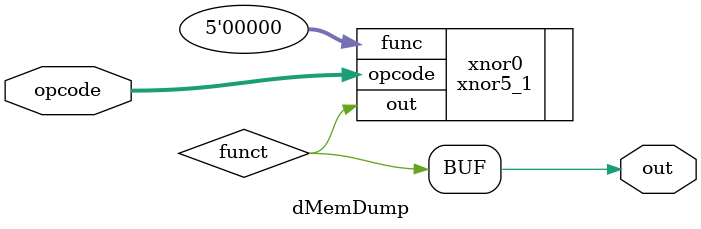
<source format=v>
module dMemDump(opcode, out);
   input [4:0] opcode;
   output      out;
   wire        funct;

   xnor5_1 xnor0  (.opcode(opcode), .func(5'b00000), .out(funct));
   assign out = funct;

endmodule // dMemWrite


</source>
